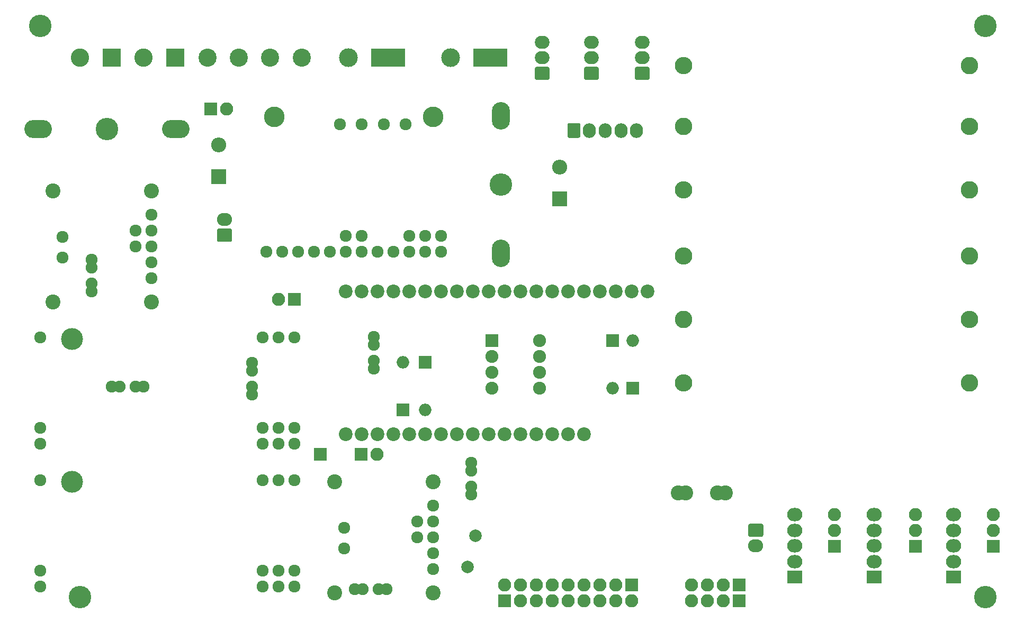
<source format=gbr>
G04 This is an RS-274x file exported by *
G04 gerbv version 2.6.1 *
G04 More information is available about gerbv at *
G04 http://gerbv.geda-project.org/ *
G04 --End of header info--*
%MOIN*%
%FSLAX34Y34*%
%IPPOS*%
G04 --Define apertures--*
%ADD10C,0.0757*%
%ADD11C,0.0748*%
%ADD12C,0.0866*%
%ADD13R,0.0817X0.0817*%
%ADD14C,0.0817*%
%ADD15O,0.1102X0.1102*%
%ADD16C,0.1102*%
%ADD17C,0.1417*%
%ADD18C,0.1157*%
%ADD19R,0.1157X0.1157*%
%ADD20C,0.0787*%
%ADD21O,0.0945X0.0945*%
%ADD22R,0.0945X0.0945*%
%ADD23O,0.0787X0.0787*%
%ADD24R,0.0787X0.0787*%
%ADD25O,0.1732X0.1141*%
%ADD26O,0.1141X0.1732*%
%ADD27R,0.0957X0.0835*%
%ADD28O,0.0957X0.0835*%
%ADD29C,0.0039*%
%ADD30C,0.0827*%
%ADD31O,0.0925X0.0827*%
%ADD32R,0.0827X0.0827*%
%ADD33O,0.0827X0.0827*%
%ADD34O,0.0945X0.0827*%
%ADD35R,0.1181X0.1181*%
%ADD36C,0.1181*%
%ADD37O,0.0827X0.0925*%
%ADD38C,0.0945*%
%ADD39C,0.1299*%
%ADD40C,0.1378*%
%ADD41C,0.1142*%
G04 --Start main section--*
G54D10*
G01X0030750Y-036250D03*
G01X0030750Y-038250D03*
G54D11*
G01X0030750Y-037750D03*
G01X0030750Y-036750D03*
G54D10*
G01X0040850Y-044750D03*
G01X0040850Y-042750D03*
G54D11*
G01X0040850Y-043250D03*
G01X0040850Y-044250D03*
G54D10*
G01X0034000Y-044250D03*
G01X0032000Y-044250D03*
G54D11*
G01X0032500Y-044250D03*
G01X0033500Y-044250D03*
G54D10*
G01X0049300Y-057000D03*
G01X0047300Y-057000D03*
G54D11*
G01X0047800Y-057000D03*
G01X0048800Y-057000D03*
G54D10*
G01X0054650Y-051050D03*
G01X0054650Y-049050D03*
G54D11*
G01X0054650Y-049550D03*
G01X0054650Y-050550D03*
G54D12*
G01X0065750Y-038250D03*
G01X0064750Y-038250D03*
G01X0063750Y-038250D03*
G01X0062750Y-038250D03*
G01X0061750Y-038250D03*
G01X0060750Y-038250D03*
G01X0059750Y-038250D03*
G01X0058750Y-038250D03*
G01X0057750Y-038250D03*
G01X0056750Y-038250D03*
G01X0055750Y-038250D03*
G01X0054750Y-038250D03*
G01X0061750Y-047250D03*
G01X0060750Y-047250D03*
G01X0059750Y-047250D03*
G01X0058750Y-047250D03*
G01X0057750Y-047250D03*
G01X0056750Y-047250D03*
G01X0055750Y-047250D03*
G01X0054750Y-047250D03*
G01X0053750Y-047250D03*
G01X0052750Y-047250D03*
G01X0051750Y-047250D03*
G01X0050750Y-047250D03*
G01X0049750Y-047250D03*
G01X0048750Y-047250D03*
G01X0047750Y-047250D03*
G01X0046750Y-047250D03*
G01X0053750Y-038250D03*
G01X0052750Y-038250D03*
G01X0051750Y-038250D03*
G01X0050750Y-038250D03*
G01X0049750Y-038250D03*
G01X0048750Y-038250D03*
G01X0047750Y-038250D03*
G01X0046750Y-038250D03*
G54D10*
G01X0048500Y-041100D03*
G01X0048500Y-043100D03*
G54D11*
G01X0048500Y-042600D03*
G01X0048500Y-041600D03*
G54D13*
G01X0055950Y-041350D03*
G54D14*
G01X0055950Y-042350D03*
G01X0055950Y-043350D03*
G01X0055950Y-044350D03*
G01X0058950Y-044350D03*
G01X0058950Y-043350D03*
G01X0058950Y-042350D03*
G01X0058950Y-041350D03*
G54D15*
G01X0086000Y-040000D03*
G54D16*
G01X0068000Y-040000D03*
G54D17*
G01X0087000Y-057500D03*
G54D18*
G01X0034000Y-023500D03*
G54D19*
G01X0036000Y-023500D03*
G54D20*
G01X0054900Y-053650D03*
G01X0054388Y-055619D03*
G54D17*
G01X0087000Y-021500D03*
G01X0027500Y-021500D03*
G01X0030000Y-057500D03*
G54D21*
G01X0038750Y-029000D03*
G54D22*
G01X0038750Y-031000D03*
G54D23*
G01X0051750Y-045700D03*
G54D24*
G01X0051750Y-042700D03*
G01X0050350Y-045700D03*
G54D23*
G01X0050350Y-042700D03*
G01X0063550Y-044350D03*
G54D24*
G01X0063550Y-041350D03*
G01X0064800Y-044350D03*
G54D23*
G01X0064800Y-041350D03*
G54D22*
G01X0060200Y-032400D03*
G54D21*
G01X0060200Y-030400D03*
G54D17*
G01X0031700Y-028000D03*
G54D25*
G01X0036031Y-028000D03*
G01X0027369Y-028000D03*
G54D26*
G01X0056500Y-035831D03*
G01X0056500Y-027169D03*
G54D17*
G01X0056500Y-031500D03*
G54D27*
G01X0075000Y-056250D03*
G54D28*
G01X0075000Y-055266D03*
G01X0075000Y-054281D03*
G01X0075000Y-053297D03*
G01X0075000Y-052313D03*
G54D27*
G01X0080000Y-056250D03*
G54D28*
G01X0080000Y-055266D03*
G01X0080000Y-054281D03*
G01X0080000Y-053297D03*
G01X0080000Y-052313D03*
G01X0085000Y-052313D03*
G01X0085000Y-053297D03*
G01X0085000Y-054281D03*
G01X0085000Y-055266D03*
G54D27*
G01X0085000Y-056250D03*
G54D29*
G36*
G01X0059453Y-024087D02*
G01X0059465Y-024089D01*
G01X0059476Y-024092D01*
G01X0059488Y-024096D01*
G01X0059498Y-024101D01*
G01X0059509Y-024107D01*
G01X0059518Y-024114D01*
G01X0059527Y-024122D01*
G01X0059535Y-024131D01*
G01X0059542Y-024141D01*
G01X0059548Y-024151D01*
G01X0059553Y-024162D01*
G01X0059557Y-024173D01*
G01X0059560Y-024184D01*
G01X0059562Y-024196D01*
G01X0059563Y-024208D01*
G01X0059563Y-024792D01*
G01X0059562Y-024804D01*
G01X0059560Y-024816D01*
G01X0059557Y-024827D01*
G01X0059553Y-024838D01*
G01X0059548Y-024849D01*
G01X0059542Y-024859D01*
G01X0059535Y-024869D01*
G01X0059527Y-024878D01*
G01X0059518Y-024886D01*
G01X0059509Y-024893D01*
G01X0059498Y-024899D01*
G01X0059488Y-024904D01*
G01X0059476Y-024908D01*
G01X0059465Y-024911D01*
G01X0059453Y-024913D01*
G01X0059441Y-024913D01*
G01X0058759Y-024913D01*
G01X0058747Y-024913D01*
G01X0058735Y-024911D01*
G01X0058724Y-024908D01*
G01X0058712Y-024904D01*
G01X0058702Y-024899D01*
G01X0058691Y-024893D01*
G01X0058682Y-024886D01*
G01X0058673Y-024878D01*
G01X0058665Y-024869D01*
G01X0058658Y-024859D01*
G01X0058652Y-024849D01*
G01X0058647Y-024838D01*
G01X0058643Y-024827D01*
G01X0058640Y-024816D01*
G01X0058638Y-024804D01*
G01X0058637Y-024792D01*
G01X0058637Y-024208D01*
G01X0058638Y-024196D01*
G01X0058640Y-024184D01*
G01X0058643Y-024173D01*
G01X0058647Y-024162D01*
G01X0058652Y-024151D01*
G01X0058658Y-024141D01*
G01X0058665Y-024131D01*
G01X0058673Y-024122D01*
G01X0058682Y-024114D01*
G01X0058691Y-024107D01*
G01X0058702Y-024101D01*
G01X0058712Y-024096D01*
G01X0058724Y-024092D01*
G01X0058735Y-024089D01*
G01X0058747Y-024087D01*
G01X0058759Y-024087D01*
G01X0059441Y-024087D01*
G01X0059453Y-024087D01*
G01X0059453Y-024087D01*
G37*
G54D30*
G01X0059100Y-024500D03*
G54D31*
G01X0059100Y-023516D03*
G01X0059100Y-022531D03*
G54D29*
G36*
G01X0062553Y-024087D02*
G01X0062565Y-024089D01*
G01X0062576Y-024092D01*
G01X0062588Y-024096D01*
G01X0062598Y-024101D01*
G01X0062609Y-024107D01*
G01X0062618Y-024114D01*
G01X0062627Y-024122D01*
G01X0062635Y-024131D01*
G01X0062642Y-024141D01*
G01X0062648Y-024151D01*
G01X0062653Y-024162D01*
G01X0062657Y-024173D01*
G01X0062660Y-024184D01*
G01X0062662Y-024196D01*
G01X0062663Y-024208D01*
G01X0062663Y-024792D01*
G01X0062662Y-024804D01*
G01X0062660Y-024816D01*
G01X0062657Y-024827D01*
G01X0062653Y-024838D01*
G01X0062648Y-024849D01*
G01X0062642Y-024859D01*
G01X0062635Y-024869D01*
G01X0062627Y-024878D01*
G01X0062618Y-024886D01*
G01X0062609Y-024893D01*
G01X0062598Y-024899D01*
G01X0062588Y-024904D01*
G01X0062576Y-024908D01*
G01X0062565Y-024911D01*
G01X0062553Y-024913D01*
G01X0062541Y-024913D01*
G01X0061859Y-024913D01*
G01X0061847Y-024913D01*
G01X0061835Y-024911D01*
G01X0061824Y-024908D01*
G01X0061812Y-024904D01*
G01X0061802Y-024899D01*
G01X0061791Y-024893D01*
G01X0061782Y-024886D01*
G01X0061773Y-024878D01*
G01X0061765Y-024869D01*
G01X0061758Y-024859D01*
G01X0061752Y-024849D01*
G01X0061747Y-024838D01*
G01X0061743Y-024827D01*
G01X0061740Y-024816D01*
G01X0061738Y-024804D01*
G01X0061737Y-024792D01*
G01X0061737Y-024208D01*
G01X0061738Y-024196D01*
G01X0061740Y-024184D01*
G01X0061743Y-024173D01*
G01X0061747Y-024162D01*
G01X0061752Y-024151D01*
G01X0061758Y-024141D01*
G01X0061765Y-024131D01*
G01X0061773Y-024122D01*
G01X0061782Y-024114D01*
G01X0061791Y-024107D01*
G01X0061802Y-024101D01*
G01X0061812Y-024096D01*
G01X0061824Y-024092D01*
G01X0061835Y-024089D01*
G01X0061847Y-024087D01*
G01X0061859Y-024087D01*
G01X0062541Y-024087D01*
G01X0062553Y-024087D01*
G01X0062553Y-024087D01*
G37*
G54D30*
G01X0062200Y-024500D03*
G54D31*
G01X0062200Y-023516D03*
G01X0062200Y-022531D03*
G01X0065400Y-022531D03*
G01X0065400Y-023516D03*
G54D29*
G36*
G01X0065753Y-024087D02*
G01X0065765Y-024089D01*
G01X0065776Y-024092D01*
G01X0065788Y-024096D01*
G01X0065798Y-024101D01*
G01X0065809Y-024107D01*
G01X0065818Y-024114D01*
G01X0065827Y-024122D01*
G01X0065835Y-024131D01*
G01X0065842Y-024141D01*
G01X0065848Y-024151D01*
G01X0065853Y-024162D01*
G01X0065857Y-024173D01*
G01X0065860Y-024184D01*
G01X0065862Y-024196D01*
G01X0065863Y-024208D01*
G01X0065863Y-024792D01*
G01X0065862Y-024804D01*
G01X0065860Y-024816D01*
G01X0065857Y-024827D01*
G01X0065853Y-024838D01*
G01X0065848Y-024849D01*
G01X0065842Y-024859D01*
G01X0065835Y-024869D01*
G01X0065827Y-024878D01*
G01X0065818Y-024886D01*
G01X0065809Y-024893D01*
G01X0065798Y-024899D01*
G01X0065788Y-024904D01*
G01X0065776Y-024908D01*
G01X0065765Y-024911D01*
G01X0065753Y-024913D01*
G01X0065741Y-024913D01*
G01X0065059Y-024913D01*
G01X0065047Y-024913D01*
G01X0065035Y-024911D01*
G01X0065024Y-024908D01*
G01X0065012Y-024904D01*
G01X0065002Y-024899D01*
G01X0064991Y-024893D01*
G01X0064982Y-024886D01*
G01X0064973Y-024878D01*
G01X0064965Y-024869D01*
G01X0064958Y-024859D01*
G01X0064952Y-024849D01*
G01X0064947Y-024838D01*
G01X0064943Y-024827D01*
G01X0064940Y-024816D01*
G01X0064938Y-024804D01*
G01X0064937Y-024792D01*
G01X0064937Y-024208D01*
G01X0064938Y-024196D01*
G01X0064940Y-024184D01*
G01X0064943Y-024173D01*
G01X0064947Y-024162D01*
G01X0064952Y-024151D01*
G01X0064958Y-024141D01*
G01X0064965Y-024131D01*
G01X0064973Y-024122D01*
G01X0064982Y-024114D01*
G01X0064991Y-024107D01*
G01X0065002Y-024101D01*
G01X0065012Y-024096D01*
G01X0065024Y-024092D01*
G01X0065035Y-024089D01*
G01X0065047Y-024087D01*
G01X0065059Y-024087D01*
G01X0065741Y-024087D01*
G01X0065753Y-024087D01*
G01X0065753Y-024087D01*
G37*
G54D30*
G01X0065400Y-024500D03*
G54D32*
G01X0077500Y-054300D03*
G54D33*
G01X0077500Y-053300D03*
G01X0077500Y-052300D03*
G54D32*
G01X0087500Y-054300D03*
G54D33*
G01X0087500Y-053300D03*
G01X0087500Y-052300D03*
G01X0082600Y-052300D03*
G01X0082600Y-053300D03*
G54D32*
G01X0082600Y-054300D03*
G01X0038250Y-026750D03*
G54D33*
G01X0039250Y-026750D03*
G01X0048700Y-048500D03*
G54D32*
G01X0047700Y-048500D03*
G54D19*
G01X0032000Y-023500D03*
G54D18*
G01X0030000Y-023500D03*
G54D29*
G36*
G01X0039463Y-034287D02*
G01X0039475Y-034289D01*
G01X0039486Y-034292D01*
G01X0039497Y-034296D01*
G01X0039508Y-034301D01*
G01X0039518Y-034307D01*
G01X0039528Y-034314D01*
G01X0039537Y-034322D01*
G01X0039545Y-034331D01*
G01X0039552Y-034341D01*
G01X0039558Y-034351D01*
G01X0039563Y-034362D01*
G01X0039567Y-034373D01*
G01X0039570Y-034384D01*
G01X0039572Y-034396D01*
G01X0039572Y-034408D01*
G01X0039572Y-034992D01*
G01X0039572Y-035004D01*
G01X0039570Y-035016D01*
G01X0039567Y-035027D01*
G01X0039563Y-035038D01*
G01X0039558Y-035049D01*
G01X0039552Y-035059D01*
G01X0039545Y-035069D01*
G01X0039537Y-035078D01*
G01X0039528Y-035086D01*
G01X0039518Y-035093D01*
G01X0039508Y-035099D01*
G01X0039497Y-035104D01*
G01X0039486Y-035108D01*
G01X0039475Y-035111D01*
G01X0039463Y-035113D01*
G01X0039451Y-035113D01*
G01X0038749Y-035113D01*
G01X0038737Y-035113D01*
G01X0038725Y-035111D01*
G01X0038714Y-035108D01*
G01X0038703Y-035104D01*
G01X0038692Y-035099D01*
G01X0038682Y-035093D01*
G01X0038672Y-035086D01*
G01X0038663Y-035078D01*
G01X0038655Y-035069D01*
G01X0038648Y-035059D01*
G01X0038642Y-035049D01*
G01X0038637Y-035038D01*
G01X0038633Y-035027D01*
G01X0038630Y-035016D01*
G01X0038628Y-035004D01*
G01X0038628Y-034992D01*
G01X0038628Y-034408D01*
G01X0038628Y-034396D01*
G01X0038630Y-034384D01*
G01X0038633Y-034373D01*
G01X0038637Y-034362D01*
G01X0038642Y-034351D01*
G01X0038648Y-034341D01*
G01X0038655Y-034331D01*
G01X0038663Y-034322D01*
G01X0038672Y-034314D01*
G01X0038682Y-034307D01*
G01X0038692Y-034301D01*
G01X0038703Y-034296D01*
G01X0038714Y-034292D01*
G01X0038725Y-034289D01*
G01X0038737Y-034287D01*
G01X0038749Y-034287D01*
G01X0039451Y-034287D01*
G01X0039463Y-034287D01*
G01X0039463Y-034287D01*
G37*
G54D30*
G01X0039100Y-034700D03*
G54D34*
G01X0039100Y-033716D03*
G54D35*
G01X0056350Y-023500D03*
G01X0055350Y-023500D03*
G54D36*
G01X0053350Y-023500D03*
G54D35*
G01X0056350Y-023500D03*
G01X0049900Y-023500D03*
G54D36*
G01X0046900Y-023500D03*
G54D35*
G01X0048900Y-023500D03*
G01X0049900Y-023500D03*
G54D29*
G36*
G01X0061404Y-027638D02*
G01X0061416Y-027640D01*
G01X0061427Y-027643D01*
G01X0061438Y-027647D01*
G01X0061449Y-027652D01*
G01X0061459Y-027658D01*
G01X0061469Y-027665D01*
G01X0061478Y-027673D01*
G01X0061486Y-027682D01*
G01X0061493Y-027691D01*
G01X0061499Y-027702D01*
G01X0061504Y-027712D01*
G01X0061508Y-027724D01*
G01X0061511Y-027735D01*
G01X0061513Y-027747D01*
G01X0061513Y-027759D01*
G01X0061513Y-028441D01*
G01X0061513Y-028453D01*
G01X0061511Y-028465D01*
G01X0061508Y-028476D01*
G01X0061504Y-028488D01*
G01X0061499Y-028498D01*
G01X0061493Y-028509D01*
G01X0061486Y-028518D01*
G01X0061478Y-028527D01*
G01X0061469Y-028535D01*
G01X0061459Y-028542D01*
G01X0061449Y-028548D01*
G01X0061438Y-028553D01*
G01X0061427Y-028557D01*
G01X0061416Y-028560D01*
G01X0061404Y-028562D01*
G01X0061392Y-028563D01*
G01X0060808Y-028563D01*
G01X0060796Y-028562D01*
G01X0060784Y-028560D01*
G01X0060773Y-028557D01*
G01X0060762Y-028553D01*
G01X0060751Y-028548D01*
G01X0060741Y-028542D01*
G01X0060731Y-028535D01*
G01X0060722Y-028527D01*
G01X0060714Y-028518D01*
G01X0060707Y-028509D01*
G01X0060701Y-028498D01*
G01X0060696Y-028488D01*
G01X0060692Y-028476D01*
G01X0060689Y-028465D01*
G01X0060687Y-028453D01*
G01X0060687Y-028441D01*
G01X0060687Y-027759D01*
G01X0060687Y-027747D01*
G01X0060689Y-027735D01*
G01X0060692Y-027724D01*
G01X0060696Y-027712D01*
G01X0060701Y-027702D01*
G01X0060707Y-027691D01*
G01X0060714Y-027682D01*
G01X0060722Y-027673D01*
G01X0060731Y-027665D01*
G01X0060741Y-027658D01*
G01X0060751Y-027652D01*
G01X0060762Y-027647D01*
G01X0060773Y-027643D01*
G01X0060784Y-027640D01*
G01X0060796Y-027638D01*
G01X0060808Y-027637D01*
G01X0061392Y-027637D01*
G01X0061404Y-027638D01*
G01X0061404Y-027638D01*
G37*
G54D30*
G01X0061100Y-028100D03*
G54D37*
G01X0062084Y-028100D03*
G01X0063069Y-028100D03*
G01X0064053Y-028100D03*
G01X0065037Y-028100D03*
G54D33*
G01X0056750Y-056750D03*
G01X0057750Y-056750D03*
G01X0058750Y-056750D03*
G01X0059750Y-056750D03*
G01X0060750Y-056750D03*
G01X0061750Y-056750D03*
G01X0062750Y-056750D03*
G01X0063750Y-056750D03*
G54D32*
G01X0064750Y-056750D03*
G01X0056750Y-057750D03*
G54D33*
G01X0057750Y-057750D03*
G01X0058750Y-057750D03*
G01X0059750Y-057750D03*
G01X0060750Y-057750D03*
G01X0061750Y-057750D03*
G01X0062750Y-057750D03*
G01X0063750Y-057750D03*
G01X0064750Y-057750D03*
G54D32*
G01X0045150Y-048500D03*
G54D15*
G01X0068000Y-044000D03*
G54D16*
G01X0086000Y-044000D03*
G01X0086000Y-036000D03*
G54D15*
G01X0068000Y-036000D03*
G54D16*
G01X0086000Y-024000D03*
G54D15*
G01X0068000Y-024000D03*
G01X0086000Y-027850D03*
G54D16*
G01X0068000Y-027850D03*
G01X0086000Y-031850D03*
G54D15*
G01X0068000Y-031850D03*
G54D38*
G01X0068150Y-050950D03*
G01X0070150Y-050950D03*
G01X0067654Y-050950D03*
G01X0070646Y-050950D03*
G54D10*
G01X0033500Y-034400D03*
G01X0033500Y-035400D03*
G01X0034500Y-035400D03*
G01X0034500Y-034400D03*
G54D38*
G01X0028300Y-031900D03*
G01X0028300Y-038900D03*
G01X0034500Y-031900D03*
G01X0034500Y-038900D03*
G54D10*
G01X0028900Y-034800D03*
G01X0028900Y-036100D03*
G01X0034500Y-033400D03*
G01X0034500Y-037400D03*
G01X0034500Y-036400D03*
G01X0046750Y-034750D03*
G01X0047750Y-034750D03*
G01X0052750Y-034750D03*
G01X0051750Y-034750D03*
G54D39*
G01X0042250Y-027250D03*
G54D10*
G01X0041750Y-035750D03*
G01X0042750Y-035750D03*
G01X0043750Y-035750D03*
G01X0044750Y-035750D03*
G01X0045750Y-035750D03*
G01X0046750Y-035750D03*
G01X0047750Y-035750D03*
G01X0048750Y-035750D03*
G01X0049750Y-035750D03*
G01X0050750Y-035750D03*
G01X0051750Y-035750D03*
G01X0052750Y-035750D03*
G01X0046364Y-027715D03*
G01X0047742Y-027715D03*
G01X0049120Y-027715D03*
G01X0050498Y-027715D03*
G54D39*
G01X0052250Y-027250D03*
G54D10*
G01X0050750Y-034750D03*
G01X0027500Y-055850D03*
G01X0041500Y-055850D03*
G01X0043500Y-055850D03*
G01X0042500Y-055850D03*
G01X0041500Y-056850D03*
G01X0042500Y-056850D03*
G01X0041500Y-050150D03*
G01X0042500Y-050150D03*
G54D40*
G01X0029496Y-050254D03*
G54D10*
G01X0027500Y-050150D03*
G01X0027500Y-056850D03*
G01X0043500Y-056850D03*
G01X0043500Y-050150D03*
G01X0052250Y-054750D03*
G01X0052250Y-055750D03*
G01X0052250Y-051750D03*
G01X0046650Y-054450D03*
G01X0046650Y-053150D03*
G54D38*
G01X0052250Y-057250D03*
G01X0052250Y-050250D03*
G01X0046050Y-057250D03*
G01X0046050Y-050250D03*
G54D10*
G01X0052250Y-052750D03*
G01X0052250Y-053750D03*
G01X0051250Y-053750D03*
G01X0051250Y-052750D03*
G54D41*
G01X0038047Y-023500D03*
G01X0040016Y-023500D03*
G01X0043953Y-023500D03*
G01X0041984Y-023500D03*
G54D32*
G01X0071500Y-056750D03*
G54D33*
G01X0070500Y-056750D03*
G01X0069500Y-056750D03*
G01X0068500Y-056750D03*
G01X0068500Y-057750D03*
G01X0069500Y-057750D03*
G01X0070500Y-057750D03*
G54D32*
G01X0071500Y-057750D03*
G01X0043500Y-038750D03*
G54D33*
G01X0042500Y-038750D03*
G54D10*
G01X0043500Y-041150D03*
G01X0043500Y-047850D03*
G01X0027500Y-047850D03*
G01X0027500Y-041150D03*
G54D40*
G01X0029496Y-041254D03*
G54D10*
G01X0042500Y-041150D03*
G01X0041500Y-041150D03*
G01X0042500Y-047850D03*
G01X0041500Y-047850D03*
G01X0042500Y-046850D03*
G01X0043500Y-046850D03*
G01X0041500Y-046850D03*
G01X0027500Y-046850D03*
G54D29*
G36*
G01X0072913Y-052887D02*
G01X0072925Y-052889D01*
G01X0072936Y-052892D01*
G01X0072947Y-052896D01*
G01X0072958Y-052901D01*
G01X0072968Y-052907D01*
G01X0072978Y-052914D01*
G01X0072987Y-052922D01*
G01X0072995Y-052931D01*
G01X0073002Y-052941D01*
G01X0073008Y-052951D01*
G01X0073013Y-052962D01*
G01X0073017Y-052973D01*
G01X0073020Y-052984D01*
G01X0073022Y-052996D01*
G01X0073022Y-053008D01*
G01X0073022Y-053592D01*
G01X0073022Y-053604D01*
G01X0073020Y-053616D01*
G01X0073017Y-053627D01*
G01X0073013Y-053638D01*
G01X0073008Y-053649D01*
G01X0073002Y-053659D01*
G01X0072995Y-053669D01*
G01X0072987Y-053678D01*
G01X0072978Y-053686D01*
G01X0072968Y-053693D01*
G01X0072958Y-053699D01*
G01X0072947Y-053704D01*
G01X0072936Y-053708D01*
G01X0072925Y-053711D01*
G01X0072913Y-053713D01*
G01X0072901Y-053713D01*
G01X0072199Y-053713D01*
G01X0072187Y-053713D01*
G01X0072175Y-053711D01*
G01X0072164Y-053708D01*
G01X0072153Y-053704D01*
G01X0072142Y-053699D01*
G01X0072132Y-053693D01*
G01X0072122Y-053686D01*
G01X0072113Y-053678D01*
G01X0072105Y-053669D01*
G01X0072098Y-053659D01*
G01X0072092Y-053649D01*
G01X0072087Y-053638D01*
G01X0072083Y-053627D01*
G01X0072080Y-053616D01*
G01X0072078Y-053604D01*
G01X0072078Y-053592D01*
G01X0072078Y-053008D01*
G01X0072078Y-052996D01*
G01X0072080Y-052984D01*
G01X0072083Y-052973D01*
G01X0072087Y-052962D01*
G01X0072092Y-052951D01*
G01X0072098Y-052941D01*
G01X0072105Y-052931D01*
G01X0072113Y-052922D01*
G01X0072122Y-052914D01*
G01X0072132Y-052907D01*
G01X0072142Y-052901D01*
G01X0072153Y-052896D01*
G01X0072164Y-052892D01*
G01X0072175Y-052889D01*
G01X0072187Y-052887D01*
G01X0072199Y-052887D01*
G01X0072901Y-052887D01*
G01X0072913Y-052887D01*
G01X0072913Y-052887D01*
G37*
G54D30*
G01X0072550Y-053300D03*
G54D34*
G01X0072550Y-054284D03*
M02*

</source>
